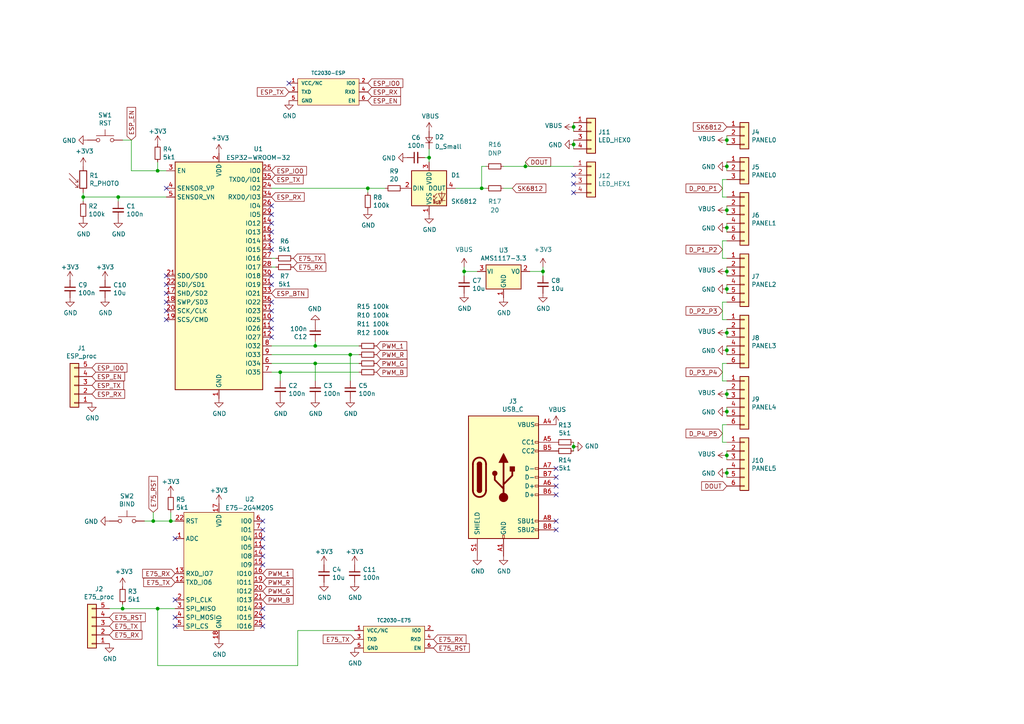
<source format=kicad_sch>
(kicad_sch (version 20211123) (generator eeschema)
  (paper "A4")
  (title_block (title "LÄMP Base") (date "2023-03-02") (rev "v1.0") (company "Jana Marie Hemsing"))
  (lib_symbols
    (symbol "Connector:USB_C_Receptacle_USB2.0" (pin_names (offset 1.016))
      (property "Reference" "J" (at -10.16 19.05 0))
      (property "Value" "USB_C_Receptacle_USB2.0" (at 19.05 19.05 0))
      (symbol "USB_C_Receptacle_USB2.0_0_0"
        (rectangle (start -0.254 -17.78) (end 0.254 -16.764))
        (rectangle (start 10.16 -14.986) (end 9.144 -15.494))
        (rectangle (start 10.16 -12.446) (end 9.144 -12.954))
        (rectangle (start 10.16 -4.826) (end 9.144 -5.334))
        (rectangle (start 10.16 -2.286) (end 9.144 -2.794))
        (rectangle (start 10.16 0.254) (end 9.144 -0.254))
        (rectangle (start 10.16 2.794) (end 9.144 2.286))
        (rectangle (start 10.16 7.874) (end 9.144 7.366))
        (rectangle (start 10.16 10.414) (end 9.144 9.906))
        (rectangle (start 10.16 15.494) (end 9.144 14.986))
      )
      (symbol "USB_C_Receptacle_USB2.0_0_1"
        (rectangle (start -10.16 17.78) (end 10.16 -17.78) (stroke (width 0.254)) (fill (type background)))
        (arc (start -8.89 -3.81) (mid -6.985 -5.715) (end -5.08 -3.81) (stroke (width 0.508)))
        (arc (start -7.62 -3.81) (mid -6.985 -4.445) (end -6.35 -3.81) (stroke (width 0.254)))
        (arc (start -7.62 -3.81) (mid -6.985 -4.445) (end -6.35 -3.81) (stroke (width 0.254)) (fill (type outline)))
        (rectangle (start -7.62 -3.81) (end -6.35 3.81) (stroke (width 0.254)) (fill (type outline)))
        (arc (start -6.35 3.81) (mid -6.985 4.445) (end -7.62 3.81) (stroke (width 0.254)))
        (arc (start -6.35 3.81) (mid -6.985 4.445) (end -7.62 3.81) (stroke (width 0.254)) (fill (type outline)))
        (arc (start -5.08 3.81) (mid -6.985 5.715) (end -8.89 3.81) (stroke (width 0.508)))
        (circle (center -2.54 1.143) (radius 0.635) (stroke (width 0.254)) (fill (type outline)))
        (circle (center 0 -5.842) (radius 1.27) (fill (type outline)))
        (polyline (pts (xy -8.89 -3.81) (xy -8.89 3.81)) (stroke (width 0.508)))
        (polyline (pts (xy -5.08 3.81) (xy -5.08 -3.81)) (stroke (width 0.508)))
        (polyline (pts (xy 0 -5.842) (xy 0 4.318)) (stroke (width 0.508)))
        (polyline (pts (xy 0 -3.302) (xy -2.54 -0.762) (xy -2.54 0.508)) (stroke (width 0.508)))
        (polyline (pts (xy 0 -2.032) (xy 2.54 0.508) (xy 2.54 1.778)) (stroke (width 0.508)))
        (polyline (pts (xy -1.27 4.318) (xy 0 6.858) (xy 1.27 4.318) (xy -1.27 4.318)) (stroke (width 0.254)) (fill (type outline)))
        (rectangle (start 1.905 1.778) (end 3.175 3.048) (stroke (width 0.254)) (fill (type outline)))
      )
      (symbol "USB_C_Receptacle_USB2.0_1_1"
        (pin power_in line (at 0 -22.86 90) (length 5.08) (name "GND") (number "A1"))
        (pin passive line (at 0 -22.86 90) (length 5.08) hide (name "GND") (number "A12"))
        (pin power_in line (at 15.24 15.24 180) (length 5.08) (name "VBUS") (number "A4"))
        (pin bidirectional line (at 15.24 10.16 180) (length 5.08) (name "CC1") (number "A5"))
        (pin bidirectional line (at 15.24 -2.54 180) (length 5.08) (name "D+") (number "A6"))
        (pin bidirectional line (at 15.24 2.54 180) (length 5.08) (name "D-") (number "A7"))
        (pin bidirectional line (at 15.24 -12.7 180) (length 5.08) (name "SBU1") (number "A8"))
        (pin passive line (at 15.24 15.24 180) (length 5.08) hide (name "VBUS") (number "A9"))
        (pin passive line (at 0 -22.86 90) (length 5.08) hide (name "GND") (number "B1"))
        (pin passive line (at 0 -22.86 90) (length 5.08) hide (name "GND") (number "B12"))
        (pin passive line (at 15.24 15.24 180) (length 5.08) hide (name "VBUS") (number "B4"))
        (pin bidirectional line (at 15.24 7.62 180) (length 5.08) (name "CC2") (number "B5"))
        (pin bidirectional line (at 15.24 -5.08 180) (length 5.08) (name "D+") (number "B6"))
        (pin bidirectional line (at 15.24 0 180) (length 5.08) (name "D-") (number "B7"))
        (pin bidirectional line (at 15.24 -15.24 180) (length 5.08) (name "SBU2") (number "B8"))
        (pin passive line (at 15.24 15.24 180) (length 5.08) hide (name "VBUS") (number "B9"))
        (pin passive line (at -7.62 -22.86 90) (length 5.08) (name "SHIELD") (number "S1"))
      )
    )
    (symbol "Connector_Generic:Conn_01x03" (pin_names (offset 1.016) hide)
      (property "Reference" "J" (at 0 5.08 0))
      (property "Value" "Conn_01x03" (at 0 -5.08 0))
      (symbol "Conn_01x03_1_1"
        (rectangle (start -1.27 -2.413) (end 0 -2.667) (stroke (width 0.1524)))
        (rectangle (start -1.27 0.127) (end 0 -0.127) (stroke (width 0.1524)))
        (rectangle (start -1.27 2.667) (end 0 2.413) (stroke (width 0.1524)))
        (rectangle (start -1.27 3.81) (end 1.27 -3.81) (stroke (width 0.254)) (fill (type background)))
        (pin passive line (at -5.08 2.54 0) (length 3.81) (name "Pin_1") (number "1"))
        (pin passive line (at -5.08 0 0) (length 3.81) (name "Pin_2") (number "2"))
        (pin passive line (at -5.08 -2.54 0) (length 3.81) (name "Pin_3") (number "3"))
      )
    )
    (symbol "Connector_Generic:Conn_01x04" (pin_names (offset 1.016) hide)
      (property "Reference" "J" (at 0 5.08 0))
      (property "Value" "Conn_01x04" (at 0 -7.62 0))
      (symbol "Conn_01x04_1_1"
        (rectangle (start -1.27 -4.953) (end 0 -5.207) (stroke (width 0.1524)))
        (rectangle (start -1.27 -2.413) (end 0 -2.667) (stroke (width 0.1524)))
        (rectangle (start -1.27 0.127) (end 0 -0.127) (stroke (width 0.1524)))
        (rectangle (start -1.27 2.667) (end 0 2.413) (stroke (width 0.1524)))
        (rectangle (start -1.27 3.81) (end 1.27 -6.35) (stroke (width 0.254)) (fill (type background)))
        (pin passive line (at -5.08 2.54 0) (length 3.81) (name "Pin_1") (number "1"))
        (pin passive line (at -5.08 0 0) (length 3.81) (name "Pin_2") (number "2"))
        (pin passive line (at -5.08 -2.54 0) (length 3.81) (name "Pin_3") (number "3"))
        (pin passive line (at -5.08 -5.08 0) (length 3.81) (name "Pin_4") (number "4"))
      )
    )
    (symbol "Connector_Generic:Conn_01x05" (pin_names (offset 1.016) hide)
      (property "Reference" "J" (at 0 7.62 0))
      (property "Value" "Conn_01x05" (at 0 -7.62 0))
      (symbol "Conn_01x05_1_1"
        (rectangle (start -1.27 -4.953) (end 0 -5.207) (stroke (width 0.1524)))
        (rectangle (start -1.27 -2.413) (end 0 -2.667) (stroke (width 0.1524)))
        (rectangle (start -1.27 0.127) (end 0 -0.127) (stroke (width 0.1524)))
        (rectangle (start -1.27 2.667) (end 0 2.413) (stroke (width 0.1524)))
        (rectangle (start -1.27 5.207) (end 0 4.953) (stroke (width 0.1524)))
        (rectangle (start -1.27 6.35) (end 1.27 -6.35) (stroke (width 0.254)) (fill (type background)))
        (pin passive line (at -5.08 5.08 0) (length 3.81) (name "Pin_1") (number "1"))
        (pin passive line (at -5.08 2.54 0) (length 3.81) (name "Pin_2") (number "2"))
        (pin passive line (at -5.08 0 0) (length 3.81) (name "Pin_3") (number "3"))
        (pin passive line (at -5.08 -2.54 0) (length 3.81) (name "Pin_4") (number "4"))
        (pin passive line (at -5.08 -5.08 0) (length 3.81) (name "Pin_5") (number "5"))
      )
    )
    (symbol "Connector_Generic:Conn_01x06" (pin_names (offset 1.016) hide)
      (property "Reference" "J" (at 0 7.62 0))
      (property "Value" "Conn_01x06" (at 0 -10.16 0))
      (symbol "Conn_01x06_1_1"
        (rectangle (start -1.27 -7.493) (end 0 -7.747) (stroke (width 0.1524)))
        (rectangle (start -1.27 -4.953) (end 0 -5.207) (stroke (width 0.1524)))
        (rectangle (start -1.27 -2.413) (end 0 -2.667) (stroke (width 0.1524)))
        (rectangle (start -1.27 0.127) (end 0 -0.127) (stroke (width 0.1524)))
        (rectangle (start -1.27 2.667) (end 0 2.413) (stroke (width 0.1524)))
        (rectangle (start -1.27 5.207) (end 0 4.953) (stroke (width 0.1524)))
        (rectangle (start -1.27 6.35) (end 1.27 -8.89) (stroke (width 0.254)) (fill (type background)))
        (pin passive line (at -5.08 5.08 0) (length 3.81) (name "Pin_1") (number "1"))
        (pin passive line (at -5.08 2.54 0) (length 3.81) (name "Pin_2") (number "2"))
        (pin passive line (at -5.08 0 0) (length 3.81) (name "Pin_3") (number "3"))
        (pin passive line (at -5.08 -2.54 0) (length 3.81) (name "Pin_4") (number "4"))
        (pin passive line (at -5.08 -5.08 0) (length 3.81) (name "Pin_5") (number "5"))
        (pin passive line (at -5.08 -7.62 0) (length 3.81) (name "Pin_6") (number "6"))
      )
    )
    (symbol "Device:C_Small" (pin_numbers hide) (pin_names (offset 0.254) hide)
      (property "Reference" "C" (at 0.254 1.778 0))
      (property "Value" "C_Small" (at 0.254 -2.032 0))
      (symbol "C_Small_0_1"
        (polyline (pts (xy -1.524 -0.508) (xy 1.524 -0.508)) (stroke (width 0.3302)))
        (polyline (pts (xy -1.524 0.508) (xy 1.524 0.508)) (stroke (width 0.3048)))
      )
      (symbol "C_Small_1_1"
        (pin passive line (at 0 2.54 270) (length 2.032) (name "~") (number "1"))
        (pin passive line (at 0 -2.54 90) (length 2.032) (name "~") (number "2"))
      )
    )
    (symbol "Device:D_Small" (pin_numbers hide) (pin_names (offset 0.254) hide)
      (property "Reference" "D" (at -1.27 2.032 0))
      (property "Value" "D_Small" (at -3.81 -2.032 0))
      (symbol "D_Small_0_1"
        (polyline (pts (xy -0.762 -1.016) (xy -0.762 1.016)))
        (polyline (pts (xy -0.762 0) (xy 0.762 0)))
        (polyline (pts (xy 0.762 -1.016) (xy -0.762 0) (xy 0.762 1.016) (xy 0.762 -1.016)))
      )
      (symbol "D_Small_1_1"
        (pin passive line (at -2.54 0 0) (length 1.778) (name "K") (number "1"))
        (pin passive line (at 2.54 0 180) (length 1.778) (name "A") (number "2"))
      )
    )
    (symbol "Device:R_PHOTO" (pin_numbers hide) (pin_names (offset 0))
      (property "Reference" "R" (at 1.27 1.27 0))
      (property "Value" "R_PHOTO" (at 1.27 0 0))
      (symbol "R_PHOTO_0_1"
        (rectangle (start -1.016 2.54) (end 1.016 -2.54) (stroke (width 0.254)))
        (polyline (pts (xy -1.524 -2.286) (xy -4.064 0.254)))
        (polyline (pts (xy -1.524 -2.286) (xy -2.286 -2.286)))
        (polyline (pts (xy -1.524 -2.286) (xy -1.524 -1.524)))
        (polyline (pts (xy -1.524 -0.762) (xy -4.064 1.778)))
        (polyline (pts (xy -1.524 -0.762) (xy -2.286 -0.762)))
        (polyline (pts (xy -1.524 -0.762) (xy -1.524 0)))
      )
      (symbol "R_PHOTO_1_1"
        (pin passive line (at 0 3.81 270) (length 1.27) (name "~") (number "1"))
        (pin passive line (at 0 -3.81 90) (length 1.27) (name "~") (number "2"))
      )
    )
    (symbol "Device:R_Small" (pin_numbers hide) (pin_names (offset 0.254) hide)
      (property "Reference" "R" (at 0.762 0.508 0))
      (property "Value" "R_Small" (at 0.762 -1.016 0))
      (symbol "R_Small_0_1"
        (rectangle (start -0.762 1.778) (end 0.762 -1.778) (stroke (width 0.2032)))
      )
      (symbol "R_Small_1_1"
        (pin passive line (at 0 2.54 270) (length 0.762) (name "~") (number "1"))
        (pin passive line (at 0 -2.54 90) (length 0.762) (name "~") (number "2"))
      )
    )
    (symbol "LED:SK6812" (pin_names (offset 0.254))
      (property "Reference" "D" (at 5.08 5.715 0))
      (property "Value" "SK6812" (at 1.27 -5.715 0))
      (symbol "SK6812_0_0"
        (text "RGB" (at 2.286 -4.191 0) (effects (font (size 0.762 0.762))))
      )
      (symbol "SK6812_0_1"
        (polyline (pts (xy 1.27 -3.556) (xy 1.778 -3.556)))
        (polyline (pts (xy 1.27 -2.54) (xy 1.778 -2.54)))
        (polyline (pts (xy 4.699 -3.556) (xy 2.667 -3.556)))
        (polyline (pts (xy 2.286 -2.54) (xy 1.27 -3.556) (xy 1.27 -3.048)))
        (polyline (pts (xy 2.286 -1.524) (xy 1.27 -2.54) (xy 1.27 -2.032)))
        (polyline (pts (xy 3.683 -1.016) (xy 3.683 -3.556) (xy 3.683 -4.064)))
        (polyline (pts (xy 4.699 -1.524) (xy 2.667 -1.524) (xy 3.683 -3.556) (xy 4.699 -1.524)))
        (rectangle (start 5.08 5.08) (end -5.08 -5.08) (stroke (width 0.254)) (fill (type background)))
      )
      (symbol "SK6812_1_1"
        (pin power_in line (at 0 -7.62 90) (length 2.54) (name "VSS") (number "1"))
        (pin input line (at -7.62 0 0) (length 2.54) (name "DIN") (number "2"))
        (pin power_in line (at 0 7.62 270) (length 2.54) (name "VDD") (number "3"))
        (pin output line (at 7.62 0 180) (length 2.54) (name "DOUT") (number "4"))
      )
    )
    (symbol "RF_Module:ESP32-WROOM-32"
      (property "Reference" "U" (at -12.7 34.29 0))
      (property "Value" "ESP32-WROOM-32" (at 1.27 34.29 0))
      (symbol "ESP32-WROOM-32_0_1"
        (rectangle (start -12.7 33.02) (end 12.7 -33.02) (stroke (width 0.254)) (fill (type background)))
      )
      (symbol "ESP32-WROOM-32_1_1"
        (pin power_in line (at 0 -35.56 90) (length 2.54) (name "GND") (number "1"))
        (pin bidirectional line (at 15.24 -12.7 180) (length 2.54) (name "IO25") (number "10"))
        (pin bidirectional line (at 15.24 -15.24 180) (length 2.54) (name "IO26") (number "11"))
        (pin bidirectional line (at 15.24 -17.78 180) (length 2.54) (name "IO27") (number "12"))
        (pin bidirectional line (at 15.24 10.16 180) (length 2.54) (name "IO14") (number "13"))
        (pin bidirectional line (at 15.24 15.24 180) (length 2.54) (name "IO12") (number "14"))
        (pin passive line (at 0 -35.56 90) (length 2.54) hide (name "GND") (number "15"))
        (pin bidirectional line (at 15.24 12.7 180) (length 2.54) (name "IO13") (number "16"))
        (pin bidirectional line (at -15.24 -5.08 0) (length 2.54) (name "SHD/SD2") (number "17"))
        (pin bidirectional line (at -15.24 -7.62 0) (length 2.54) (name "SWP/SD3") (number "18"))
        (pin bidirectional line (at -15.24 -12.7 0) (length 2.54) (name "SCS/CMD") (number "19"))
        (pin power_in line (at 0 35.56 270) (length 2.54) (name "VDD") (number "2"))
        (pin bidirectional line (at -15.24 -10.16 0) (length 2.54) (name "SCK/CLK") (number "20"))
        (pin bidirectional line (at -15.24 0 0) (length 2.54) (name "SDO/SD0") (number "21"))
        (pin bidirectional line (at -15.24 -2.54 0) (length 2.54) (name "SDI/SD1") (number "22"))
        (pin bidirectional line (at 15.24 7.62 180) (length 2.54) (name "IO15") (number "23"))
        (pin bidirectional line (at 15.24 25.4 180) (length 2.54) (name "IO2") (number "24"))
        (pin bidirectional line (at 15.24 30.48 180) (length 2.54) (name "IO0") (number "25"))
        (pin bidirectional line (at 15.24 20.32 180) (length 2.54) (name "IO4") (number "26"))
        (pin bidirectional line (at 15.24 5.08 180) (length 2.54) (name "IO16") (number "27"))
        (pin bidirectional line (at 15.24 2.54 180) (length 2.54) (name "IO17") (number "28"))
        (pin bidirectional line (at 15.24 17.78 180) (length 2.54) (name "IO5") (number "29"))
        (pin input line (at -15.24 30.48 0) (length 2.54) (name "EN") (number "3"))
        (pin bidirectional line (at 15.24 0 180) (length 2.54) (name "IO18") (number "30"))
        (pin bidirectional line (at 15.24 -2.54 180) (length 2.54) (name "IO19") (number "31"))
        (pin no_connect line (at -12.7 -27.94 0) (length 2.54) hide (name "NC") (number "32"))
        (pin bidirectional line (at 15.24 -5.08 180) (length 2.54) (name "IO21") (number "33"))
        (pin bidirectional line (at 15.24 22.86 180) (length 2.54) (name "RXD0/IO3") (number "34"))
        (pin bidirectional line (at 15.24 27.94 180) (length 2.54) (name "TXD0/IO1") (number "35"))
        (pin bidirectional line (at 15.24 -7.62 180) (length 2.54) (name "IO22") (number "36"))
        (pin bidirectional line (at 15.24 -10.16 180) (length 2.54) (name "IO23") (number "37"))
        (pin passive line (at 0 -35.56 90) (length 2.54) hide (name "GND") (number "38"))
        (pin passive line (at 0 -35.56 90) (length 2.54) hide (name "GND") (number "39"))
        (pin input line (at -15.24 25.4 0) (length 2.54) (name "SENSOR_VP") (number "4"))
        (pin input line (at -15.24 22.86 0) (length 2.54) (name "SENSOR_VN") (number "5"))
        (pin input line (at 15.24 -25.4 180) (length 2.54) (name "IO34") (number "6"))
        (pin input line (at 15.24 -27.94 180) (length 2.54) (name "IO35") (number "7"))
        (pin bidirectional line (at 15.24 -20.32 180) (length 2.54) (name "IO32") (number "8"))
        (pin bidirectional line (at 15.24 -22.86 180) (length 2.54) (name "IO33") (number "9"))
      )
    )
    (symbol "Regulator_Linear:AMS1117-3.3" (pin_names (offset 0.254))
      (property "Reference" "U" (at -3.81 3.175 0))
      (property "Value" "AMS1117-3.3" (at 0 3.175 0))
      (symbol "AMS1117-3.3_0_1"
        (rectangle (start -5.08 -5.08) (end 5.08 1.905) (stroke (width 0.254)) (fill (type background)))
      )
      (symbol "AMS1117-3.3_1_1"
        (pin power_in line (at 0 -7.62 90) (length 2.54) (name "GND") (number "1"))
        (pin power_out line (at 7.62 0 180) (length 2.54) (name "VO") (number "2"))
        (pin power_in line (at -7.62 0 0) (length 2.54) (name "VI") (number "3"))
      )
    )
    (symbol "Switch:SW_Push" (pin_numbers hide) (pin_names (offset 1.016) hide)
      (property "Reference" "SW" (at 1.27 2.54 0))
      (property "Value" "SW_Push" (at 0 -1.524 0))
      (symbol "SW_Push_0_1"
        (circle (center -2.032 0) (radius 0.508))
        (polyline (pts (xy 0 1.27) (xy 0 3.048)))
        (polyline (pts (xy 2.54 1.27) (xy -2.54 1.27)))
        (circle (center 2.032 0) (radius 0.508))
        (pin passive line (at -5.08 0 0) (length 2.54) (name "1") (number "1"))
        (pin passive line (at 5.08 0 180) (length 2.54) (name "2") (number "2"))
      )
    )
    (symbol "otter:E75-2G4M20S"
      (property "Reference" "U" (at -7.62 13.97 0))
      (property "Value" "E75-2G4M20S" (at 12.7 23.495 0))
      (symbol "E75-2G4M20S_0_1"
        (rectangle (start -10.16 21.59) (end 10.16 -12.7) (fill (type background)))
      )
      (symbol "E75-2G4M20S_1_1"
        (pin input line (at -12.7 13.97 0) (length 2.54) (name "ADC") (number "1"))
        (pin bidirectional line (at 12.7 13.97 180) (length 2.54) (name "IO4") (number "10"))
        (pin bidirectional line (at 12.7 11.43 180) (length 2.54) (name "IO5") (number "11"))
        (pin bidirectional line (at -12.7 1.27 0) (length 2.54) (name "TXD_IO6") (number "12"))
        (pin bidirectional line (at -12.7 3.81 0) (length 2.54) (name "RXD_IO7") (number "13"))
        (pin bidirectional line (at 12.7 8.89 180) (length 2.54) (name "IO8") (number "14"))
        (pin bidirectional line (at 12.7 6.35 180) (length 2.54) (name "IO9") (number "15"))
        (pin bidirectional line (at 12.7 3.81 180) (length 2.54) (name "IO10") (number "16"))
        (pin power_in line (at 0 24.13 270) (length 2.54) (name "VDD") (number "17"))
        (pin power_in line (at 0 -15.24 90) (length 2.54) (name "GND") (number "18"))
        (pin bidirectional line (at 12.7 1.27 180) (length 2.54) (name "IO11") (number "19"))
        (pin bidirectional line (at -12.7 -3.81 0) (length 2.54) (name "SPI_CLK") (number "2"))
        (pin bidirectional line (at 12.7 -1.27 180) (length 2.54) (name "IO12") (number "20"))
        (pin bidirectional line (at 12.7 -3.81 180) (length 2.54) (name "IO13") (number "21"))
        (pin input line (at -12.7 19.05 0) (length 2.54) (name "RST") (number "22"))
        (pin bidirectional line (at 12.7 -6.35 180) (length 2.54) (name "IO14") (number "23"))
        (pin bidirectional line (at 12.7 -8.89 180) (length 2.54) (name "IO15") (number "24"))
        (pin bidirectional line (at 12.7 -11.43 180) (length 2.54) (name "IO16") (number "25"))
        (pin bidirectional line (at -12.7 -6.35 0) (length 2.54) (name "SPI_MISO") (number "3"))
        (pin bidirectional line (at -12.7 -8.89 0) (length 2.54) (name "SPI_MOSI") (number "4"))
        (pin bidirectional line (at -12.7 -11.43 0) (length 2.54) (name "SPI_CS") (number "5"))
        (pin bidirectional line (at 12.7 19.05 180) (length 2.54) (name "IO0") (number "6"))
        (pin bidirectional line (at 12.7 16.51 180) (length 2.54) (name "IO1") (number "7"))
        (pin bidirectional line (at 9.525 -29.845 180) (length 2.54) hide (name "NC") (number "8"))
        (pin bidirectional line (at 9.525 -32.385 180) (length 2.54) hide (name "NC") (number "9"))
      )
    )
    (symbol "otter:GND" (power) (pin_names (offset 0))
      (property "Value" "GND" (at 0 -3.81 0))
      (symbol "GND_0_1"
        (polyline (pts (xy 0 0) (xy 0 -1.27) (xy 1.27 -1.27) (xy 0 -2.54) (xy -1.27 -1.27) (xy 0 -1.27)))
      )
      (symbol "GND_1_1"
        (pin power_in line (at 0 0 270) (length 0) hide (name "GND") (number "1"))
      )
    )
    (symbol "otter:TC2030-CTX-Tag-Connect-ESP32" (pin_names (offset 1.016))
      (property "Value" "TC2030-CTX-Tag-Connect-ESP32" (at 0 5.08 0))
      (symbol "TC2030-CTX-Tag-Connect-ESP32_0_1"
        (rectangle (start 8.89 3.81) (end -8.89 -3.81) (fill (type background)))
      )
      (symbol "TC2030-CTX-Tag-Connect-ESP32_1_1"
        (pin passive line (at -11.43 2.54 0) (length 2.54) (name "VCC/NC") (number "1"))
        (pin passive line (at 11.43 2.54 180) (length 2.54) (name "IO0") (number "2"))
        (pin passive line (at -11.43 0 0) (length 2.54) (name "TXD") (number "3"))
        (pin passive line (at 11.43 0 180) (length 2.54) (name "RXD") (number "4"))
        (pin passive line (at -11.43 -2.54 0) (length 2.54) (name "GND") (number "5"))
        (pin passive line (at 11.43 -2.54 180) (length 2.54) (name "EN") (number "6"))
      )
    )
    (symbol "power:+3V3" (power) (pin_names (offset 0))
      (property "Value" "+3V3" (at 0 3.556 0))
      (symbol "+3V3_0_1"
        (polyline (pts (xy -0.762 1.27) (xy 0 2.54)))
        (polyline (pts (xy 0 0) (xy 0 2.54)))
        (polyline (pts (xy 0 2.54) (xy 0.762 1.27)))
      )
      (symbol "+3V3_1_1"
        (pin power_in line (at 0 0 90) (length 0) hide (name "+3V3") (number "1"))
      )
    )
    (symbol "power:VBUS" (power) (pin_names (offset 0))
      (property "Value" "VBUS" (at 0 3.81 0))
      (symbol "VBUS_0_1"
        (polyline (pts (xy -0.762 1.27) (xy 0 2.54)))
        (polyline (pts (xy 0 0) (xy 0 2.54)))
        (polyline (pts (xy 0 2.54) (xy 0.762 1.27)))
      )
      (symbol "VBUS_1_1"
        (pin power_in line (at 0 0 90) (length 0) hide (name "VBUS") (number "1"))
      )
    )
  )
  (junction (at 34.29 57.15))
  (junction (at 210.82 137.16))
  (junction (at 101.6 102.87))
  (junction (at 166.37 129.54))
  (junction (at 139.7 54.61))
  (junction (at 210.82 48.26))
  (junction (at 44.45 151.13))
  (junction (at 49.53 151.13))
  (junction (at 45.72 176.53))
  (junction (at 35.56 176.53))
  (junction (at 210.82 66.04))
  (junction (at 91.44 100.33))
  (junction (at 210.82 83.82))
  (junction (at 106.68 54.61))
  (junction (at 134.62 78.74))
  (junction (at 210.82 40.64))
  (junction (at 24.13 57.15))
  (junction (at 210.82 96.52))
  (junction (at 210.82 114.3))
  (junction (at 210.82 60.96))
  (junction (at 157.48 78.74))
  (junction (at 210.82 119.38))
  (junction (at 166.37 36.83))
  (junction (at 210.82 101.6))
  (junction (at 124.46 45.72))
  (junction (at 210.82 132.08))
  (junction (at 210.82 78.74))
  (junction (at 81.28 107.95))
  (junction (at 166.37 41.91))
  (junction (at 45.72 49.53))
  (junction (at 152.4 48.26))
  (junction (at 91.44 105.41))
  (no_connect (at 50.8 181.61))
  (no_connect (at 76.2 156.21))
  (no_connect (at 78.74 87.63))
  (no_connect (at 48.26 80.01))
  (no_connect (at 166.37 53.34))
  (no_connect (at 161.29 153.67))
  (no_connect (at 76.2 176.53))
  (no_connect (at 48.26 82.55))
  (no_connect (at 50.8 173.99))
  (no_connect (at 78.74 97.79))
  (no_connect (at 78.74 62.23))
  (no_connect (at 78.74 82.55))
  (no_connect (at 48.26 92.71))
  (no_connect (at 50.8 156.21))
  (no_connect (at 76.2 163.83))
  (no_connect (at 76.2 151.13))
  (no_connect (at 78.74 80.01))
  (no_connect (at 78.74 69.85))
  (no_connect (at 50.8 179.07))
  (no_connect (at 76.2 161.29))
  (no_connect (at 76.2 153.67))
  (no_connect (at 78.74 59.69))
  (no_connect (at 78.74 90.17))
  (no_connect (at 166.37 50.8))
  (no_connect (at 166.37 55.88))
  (no_connect (at 78.74 95.25))
  (no_connect (at 161.29 135.89))
  (no_connect (at 48.26 90.17))
  (no_connect (at 76.2 158.75))
  (no_connect (at 76.2 181.61))
  (no_connect (at 83.82 24.13))
  (no_connect (at 76.2 179.07))
  (no_connect (at 161.29 140.97))
  (no_connect (at 78.74 92.71))
  (no_connect (at 48.26 54.61))
  (no_connect (at 48.26 87.63))
  (no_connect (at 161.29 151.13))
  (no_connect (at 161.29 143.51))
  (no_connect (at 48.26 85.09))
  (no_connect (at 78.74 67.31))
  (no_connect (at 78.74 72.39))
  (no_connect (at 161.29 138.43))
  (no_connect (at 78.74 64.77))
  (wire (pts (xy 124.46 43.18) (xy 124.46 45.72)))
  (wire (pts (xy 139.7 54.61) (xy 140.97 54.61)))
  (wire (pts (xy 91.44 100.33) (xy 78.74 100.33)))
  (wire (pts (xy 139.7 48.26) (xy 139.7 54.61)))
  (wire (pts (xy 91.44 99.06) (xy 91.44 100.33)))
  (wire (pts (xy 152.4 48.26) (xy 166.37 48.26)))
  (wire (pts (xy 45.72 46.99) (xy 45.72 49.53)))
  (wire (pts (xy 166.37 36.83) (xy 166.37 35.56)))
  (wire (pts (xy 24.13 58.42) (xy 24.13 57.15)))
  (wire (pts (xy 139.7 48.26) (xy 140.97 48.26)))
  (wire (pts (xy 124.46 46.99) (xy 124.46 45.72)))
  (wire (pts (xy 210.82 74.93) (xy 209.55 74.93)))
  (wire (pts (xy 48.26 57.15) (xy 34.29 57.15)))
  (wire (pts (xy 209.55 57.15) (xy 209.55 52.07)))
  (wire (pts (xy 210.82 132.08) (xy 210.82 133.35)))
  (wire (pts (xy 210.82 137.16) (xy 210.82 138.43)))
  (wire (pts (xy 81.28 110.49) (xy 81.28 107.95)))
  (wire (pts (xy 35.56 175.26) (xy 35.56 176.53)))
  (wire (pts (xy 134.62 77.47) (xy 134.62 78.74)))
  (wire (pts (xy 210.82 66.04) (xy 210.82 67.31)))
  (wire (pts (xy 124.46 45.72) (xy 123.19 45.72)))
  (wire (pts (xy 210.82 96.52) (xy 210.82 97.79)))
  (wire (pts (xy 210.82 119.38) (xy 210.82 120.65)))
  (wire (pts (xy 166.37 130.81) (xy 166.37 129.54)))
  (wire (pts (xy 166.37 41.91) (xy 166.37 43.18)))
  (wire (pts (xy 35.56 176.53) (xy 45.72 176.53)))
  (wire (pts (xy 210.82 57.15) (xy 209.55 57.15)))
  (wire (pts (xy 49.53 151.13) (xy 50.8 151.13)))
  (wire (pts (xy 146.05 54.61) (xy 148.59 54.61)))
  (wire (pts (xy 209.55 128.27) (xy 209.55 123.19)))
  (wire (pts (xy 210.82 82.55) (xy 210.82 83.82)))
  (wire (pts (xy 152.4 46.99) (xy 152.4 48.26)))
  (wire (pts (xy 209.55 92.71) (xy 209.55 87.63)))
  (wire (pts (xy 210.82 95.25) (xy 210.82 96.52)))
  (wire (pts (xy 209.55 110.49) (xy 209.55 105.41)))
  (wire (pts (xy 78.74 54.61) (xy 106.68 54.61)))
  (wire (pts (xy 210.82 135.89) (xy 210.82 137.16)))
  (wire (pts (xy 38.1 40.64) (xy 35.56 40.64)))
  (wire (pts (xy 210.82 48.26) (xy 210.82 49.53)))
  (wire (pts (xy 78.74 107.95) (xy 81.28 107.95)))
  (wire (pts (xy 210.82 100.33) (xy 210.82 101.6)))
  (wire (pts (xy 210.82 46.99) (xy 210.82 48.26)))
  (wire (pts (xy 210.82 40.64) (xy 210.82 39.37)))
  (wire (pts (xy 210.82 110.49) (xy 209.55 110.49)))
  (wire (pts (xy 146.05 48.26) (xy 152.4 48.26)))
  (wire (pts (xy 210.82 60.96) (xy 210.82 62.23)))
  (wire (pts (xy 86.36 193.04) (xy 86.36 182.88)))
  (wire (pts (xy 78.74 102.87) (xy 101.6 102.87)))
  (wire (pts (xy 166.37 40.64) (xy 166.37 41.91)))
  (wire (pts (xy 209.55 87.63) (xy 210.82 87.63)))
  (wire (pts (xy 81.28 107.95) (xy 104.14 107.95)))
  (wire (pts (xy 31.75 176.53) (xy 35.56 176.53)))
  (wire (pts (xy 132.08 54.61) (xy 139.7 54.61)))
  (wire (pts (xy 210.82 113.03) (xy 210.82 114.3)))
  (wire (pts (xy 210.82 114.3) (xy 210.82 115.57)))
  (wire (pts (xy 210.82 92.71) (xy 209.55 92.71)))
  (wire (pts (xy 210.82 77.47) (xy 210.82 78.74)))
  (wire (pts (xy 91.44 105.41) (xy 104.14 105.41)))
  (wire (pts (xy 209.55 105.41) (xy 210.82 105.41)))
  (wire (pts (xy 209.55 69.85) (xy 210.82 69.85)))
  (wire (pts (xy 210.82 83.82) (xy 210.82 85.09)))
  (wire (pts (xy 209.55 52.07) (xy 210.82 52.07)))
  (wire (pts (xy 106.68 54.61) (xy 111.76 54.61)))
  (wire (pts (xy 166.37 38.1) (xy 166.37 36.83)))
  (wire (pts (xy 157.48 80.01) (xy 157.48 78.74)))
  (wire (pts (xy 210.82 130.81) (xy 210.82 132.08)))
  (wire (pts (xy 48.26 49.53) (xy 45.72 49.53)))
  (wire (pts (xy 101.6 110.49) (xy 101.6 102.87)))
  (wire (pts (xy 91.44 110.49) (xy 91.44 105.41)))
  (wire (pts (xy 157.48 77.47) (xy 157.48 78.74)))
  (wire (pts (xy 210.82 101.6) (xy 210.82 102.87)))
  (wire (pts (xy 49.53 148.59) (xy 49.53 151.13)))
  (wire (pts (xy 78.74 74.93) (xy 80.01 74.93)))
  (wire (pts (xy 80.01 77.47) (xy 78.74 77.47)))
  (wire (pts (xy 38.1 49.53) (xy 45.72 49.53)))
  (wire (pts (xy 45.72 193.04) (xy 86.36 193.04)))
  (wire (pts (xy 210.82 41.91) (xy 210.82 40.64)))
  (wire (pts (xy 210.82 78.74) (xy 210.82 80.01)))
  (wire (pts (xy 34.29 57.15) (xy 24.13 57.15)))
  (wire (pts (xy 34.29 58.42) (xy 34.29 57.15)))
  (wire (pts (xy 44.45 151.13) (xy 49.53 151.13)))
  (wire (pts (xy 134.62 78.74) (xy 134.62 80.01)))
  (wire (pts (xy 101.6 102.87) (xy 104.14 102.87)))
  (wire (pts (xy 86.36 182.88) (xy 102.87 182.88)))
  (wire (pts (xy 166.37 129.54) (xy 166.37 128.27)))
  (wire (pts (xy 210.82 59.69) (xy 210.82 60.96)))
  (wire (pts (xy 45.72 176.53) (xy 45.72 193.04)))
  (wire (pts (xy 44.45 148.59) (xy 44.45 151.13)))
  (wire (pts (xy 45.72 176.53) (xy 50.8 176.53)))
  (wire (pts (xy 210.82 64.77) (xy 210.82 66.04)))
  (wire (pts (xy 210.82 118.11) (xy 210.82 119.38)))
  (wire (pts (xy 24.13 57.15) (xy 24.13 55.88)))
  (wire (pts (xy 104.14 100.33) (xy 91.44 100.33)))
  (wire (pts (xy 209.55 74.93) (xy 209.55 69.85)))
  (wire (pts (xy 41.91 151.13) (xy 44.45 151.13)))
  (wire (pts (xy 210.82 128.27) (xy 209.55 128.27)))
  (wire (pts (xy 78.74 105.41) (xy 91.44 105.41)))
  (wire (pts (xy 38.1 49.53) (xy 38.1 40.64)))
  (wire (pts (xy 157.48 78.74) (xy 153.67 78.74)))
  (wire (pts (xy 106.68 55.88) (xy 106.68 54.61)))
  (wire (pts (xy 209.55 123.19) (xy 210.82 123.19)))
  (wire (pts (xy 138.43 78.74) (xy 134.62 78.74)))
  (global_label "PWM_G" (shape input) (at 109.22 105.41 0) (property "Intersheet References" "${INTERSHEET_REFS}" (effects hide)))
  (global_label "ESP_BTN" (shape input) (at 78.74 85.09 0) (property "Intersheet References" "${INTERSHEET_REFS}" (effects hide)))
  (global_label "PWM_B" (shape input) (at 76.2 173.99 0) (property "Intersheet References" "${INTERSHEET_REFS}" (effects hide)))
  (global_label "E75_TX" (shape input) (at 50.8 168.91 180) (property "Intersheet References" "${INTERSHEET_REFS}" (effects hide)))
  (global_label "ESP_EN" (shape input) (at 106.68 29.21 0) (property "Intersheet References" "${INTERSHEET_REFS}" (effects hide)))
  (global_label "ESP_RX" (shape input) (at 78.74 57.15 0) (property "Intersheet References" "${INTERSHEET_REFS}" (effects hide)))
  (global_label "D_P1_P2" (shape input) (at 209.55 72.39 180) (property "Intersheet References" "${INTERSHEET_REFS}" (effects hide)))
  (global_label "ESP_TX" (shape input) (at 26.67 111.76 0) (property "Intersheet References" "${INTERSHEET_REFS}" (effects hide)))
  (global_label "E75_RST" (shape input) (at 44.45 148.59 90) (property "Intersheet References" "${INTERSHEET_REFS}" (effects hide)))
  (global_label "ESP_TX" (shape input) (at 83.82 26.67 180) (property "Intersheet References" "${INTERSHEET_REFS}" (effects hide)))
  (global_label "ESP_RX" (shape input) (at 106.68 26.67 0) (property "Intersheet References" "${INTERSHEET_REFS}" (effects hide)))
  (global_label "PWM_B" (shape input) (at 109.22 107.95 0) (property "Intersheet References" "${INTERSHEET_REFS}" (effects hide)))
  (global_label "ESP_IO0" (shape input) (at 106.68 24.13 0) (property "Intersheet References" "${INTERSHEET_REFS}" (effects hide)))
  (global_label "DOUT" (shape input) (at 210.82 140.97 180) (property "Intersheet References" "${INTERSHEET_REFS}" (effects hide)))
  (global_label "PWM_1" (shape input) (at 76.2 166.37 0) (property "Intersheet References" "${INTERSHEET_REFS}" (effects hide)))
  (global_label "PWM_1" (shape input) (at 109.22 100.33 0) (property "Intersheet References" "${INTERSHEET_REFS}" (effects hide)))
  (global_label "ESP_IO0" (shape input) (at 26.67 106.68 0) (property "Intersheet References" "${INTERSHEET_REFS}" (effects hide)))
  (global_label "PWM_G" (shape input) (at 76.2 171.45 0) (property "Intersheet References" "${INTERSHEET_REFS}" (effects hide)))
  (global_label "D_P0_P1" (shape input) (at 209.55 54.61 180) (property "Intersheet References" "${INTERSHEET_REFS}" (effects hide)))
  (global_label "E75_RX" (shape input) (at 125.73 185.42 0) (property "Intersheet References" "${INTERSHEET_REFS}" (effects hide)))
  (global_label "ESP_EN" (shape input) (at 38.1 40.64 90) (property "Intersheet References" "${INTERSHEET_REFS}" (effects hide)))
  (global_label "DOUT" (shape input) (at 152.4 46.99 0) (property "Intersheet References" "${INTERSHEET_REFS}" (effects hide)))
  (global_label "E75_RX" (shape input) (at 85.09 77.47 0) (property "Intersheet References" "${INTERSHEET_REFS}" (effects hide)))
  (global_label "SK6812" (shape input) (at 148.59 54.61 0) (property "Intersheet References" "${INTERSHEET_REFS}" (effects hide)))
  (global_label "D_P3_P4" (shape input) (at 209.55 107.95 180) (property "Intersheet References" "${INTERSHEET_REFS}" (effects hide)))
  (global_label "SK6812" (shape input) (at 210.82 36.83 180) (property "Intersheet References" "${INTERSHEET_REFS}" (effects hide)))
  (global_label "ESP_EN" (shape input) (at 26.67 109.22 0) (property "Intersheet References" "${INTERSHEET_REFS}" (effects hide)))
  (global_label "ESP_TX" (shape input) (at 78.74 52.07 0) (property "Intersheet References" "${INTERSHEET_REFS}" (effects hide)))
  (global_label "E75_TX" (shape input) (at 102.87 185.42 180) (property "Intersheet References" "${INTERSHEET_REFS}" (effects hide)))
  (global_label "E75_TX" (shape input) (at 85.09 74.93 0) (property "Intersheet References" "${INTERSHEET_REFS}" (effects hide)))
  (global_label "E75_RST" (shape input) (at 125.73 187.96 0) (property "Intersheet References" "${INTERSHEET_REFS}" (effects hide)))
  (global_label "E75_TX" (shape input) (at 31.75 181.61 0) (property "Intersheet References" "${INTERSHEET_REFS}" (effects hide)))
  (global_label "ESP_IO0" (shape input) (at 78.74 49.53 0) (property "Intersheet References" "${INTERSHEET_REFS}" (effects hide)))
  (global_label "D_P2_P3" (shape input) (at 209.55 90.17 180) (property "Intersheet References" "${INTERSHEET_REFS}" (effects hide)))
  (global_label "E75_RX" (shape input) (at 50.8 166.37 180) (property "Intersheet References" "${INTERSHEET_REFS}" (effects hide)))
  (global_label "E75_RX" (shape input) (at 31.75 184.15 0) (property "Intersheet References" "${INTERSHEET_REFS}" (effects hide)))
  (global_label "D_P4_P5" (shape input) (at 209.55 125.73 180) (property "Intersheet References" "${INTERSHEET_REFS}" (effects hide)))
  (global_label "PWM_R" (shape input) (at 76.2 168.91 0) (property "Intersheet References" "${INTERSHEET_REFS}" (effects hide)))
  (global_label "ESP_RX" (shape input) (at 26.67 114.3 0) (property "Intersheet References" "${INTERSHEET_REFS}" (effects hide)))
  (global_label "E75_RST" (shape input) (at 31.75 179.07 0) (property "Intersheet References" "${INTERSHEET_REFS}" (effects hide)))
  (global_label "PWM_R" (shape input) (at 109.22 102.87 0) (property "Intersheet References" "${INTERSHEET_REFS}" (effects hide)))
  (symbol (lib_id "otter:E75-2G4M20S") (at 63.5 170.18 0) (unit 1)
    (property "Reference" "U2" (at 72.39 144.78 0))
    (property "Value" "E75-2G4M20S" (at 72.39 147.32 0))
    (property "Footprint" "otter:E75-2G4M10S" (effects hide))
  )
  (symbol (lib_id "otter:GND") (at 63.5 185.42 0) (unit 1)
    (property "Reference" "#PWR0101" (effects hide))
    (property "Value" "GND" (at 63.627 189.8142 0))
  )
  (symbol (lib_id "Device:R_Small") (at 49.53 146.05 0) (unit 1)
    (property "Reference" "R5" (at 51.0286 144.8816 0) (effects (justify left)))
    (property "Value" "5k1" (at 51.0286 147.193 0) (effects (justify left)))
    (property "Footprint" "otter:R_0402" (effects hide))
  )
  (symbol (lib_id "power:+3V3") (at 49.53 143.51 0) (unit 1)
    (property "Reference" "#PWR0102" (effects hide))
    (property "Value" "+3V3" (at 49.53 139.7 0))
  )
  (symbol (lib_id "power:+3V3") (at 63.5 146.05 0) (unit 1)
    (property "Reference" "#PWR0103" (effects hide))
    (property "Value" "+3V3" (at 63.5 142.24 0))
  )
  (symbol (lib_id "Device:R_Small") (at 35.56 172.72 0) (unit 1)
    (property "Reference" "R3" (at 37.0586 171.5516 0) (effects (justify left)))
    (property "Value" "5k1" (at 37.0586 173.863 0) (effects (justify left)))
    (property "Footprint" "otter:R_0402" (effects hide))
  )
  (symbol (lib_id "power:+3V3") (at 35.56 170.18 0) (unit 1)
    (property "Reference" "#PWR0104" (effects hide))
    (property "Value" "+3V3" (at 35.941 165.7858 0))
  )
  (symbol (lib_id "Connector_Generic:Conn_01x05") (at 26.67 181.61 180) (unit 1)
    (property "Reference" "J2" (at 28.7528 170.815 0))
    (property "Value" "E75_proc" (at 28.7528 173.1264 0))
    (property "Footprint" "Connector_PinHeader_2.54mm:PinHeader_1x05_P2.54mm_Vertical" (effects hide))
  )
  (symbol (lib_id "otter:GND") (at 31.75 186.69 0) (unit 1)
    (property "Reference" "#PWR0105" (effects hide))
    (property "Value" "GND" (at 31.877 191.0842 0))
  )
  (symbol (lib_id "Device:C_Small") (at 93.98 166.37 0) (unit 1)
    (property "Reference" "C4" (at 96.3168 165.2016 0) (effects (justify left)))
    (property "Value" "10u" (at 96.3168 167.513 0) (effects (justify left)))
    (property "Footprint" "otter:C_0603" (effects hide))
  )
  (symbol (lib_id "power:+3V3") (at 93.98 163.83 0) (unit 1)
    (property "Reference" "#PWR0106" (effects hide))
    (property "Value" "+3V3" (at 93.98 160.02 0))
  )
  (symbol (lib_id "otter:GND") (at 93.98 168.91 0) (unit 1)
    (property "Reference" "#PWR0107" (effects hide))
    (property "Value" "GND" (at 94.107 173.3042 0))
  )
  (symbol (lib_id "RF_Module:ESP32-WROOM-32") (at 63.5 80.01 0) (unit 1)
    (property "Reference" "U1" (at 74.93 43.18 0))
    (property "Value" "ESP32-WROOM-32" (at 74.93 45.72 0))
    (property "Footprint" "RF_Module:ESP32-WROOM-32" (effects hide))
    (property "Datasheet" "https://www.espressif.com/sites/default/files/documentation/esp32-wroom-32_datasheet_en.pdf" (effects hide))
  )
  (symbol (lib_id "otter:GND") (at 63.5 115.57 0) (unit 1)
    (property "Reference" "#PWR0108" (effects hide))
    (property "Value" "GND" (at 63.627 119.9642 0))
  )
  (symbol (lib_id "power:+3V3") (at 63.5 44.45 0) (unit 1)
    (property "Reference" "#PWR0109" (effects hide))
    (property "Value" "+3V3" (at 63.881 40.0558 0))
  )
  (symbol (lib_id "Device:C_Small") (at 81.28 113.03 0) (unit 1)
    (property "Reference" "C2" (at 83.6168 111.8616 0) (effects (justify left)))
    (property "Value" "100n" (at 83.6168 114.173 0) (effects (justify left)))
    (property "Footprint" "otter:C_0402" (effects hide))
  )
  (symbol (lib_id "otter:GND") (at 81.28 115.57 0) (unit 1)
    (property "Reference" "#PWR0110" (effects hide))
    (property "Value" "GND" (at 81.407 119.9642 0))
  )
  (symbol (lib_id "Device:C_Small") (at 91.44 113.03 0) (unit 1)
    (property "Reference" "C3" (at 93.7768 111.8616 0) (effects (justify left)))
    (property "Value" "100n" (at 93.7768 114.173 0) (effects (justify left)))
    (property "Footprint" "otter:C_0402" (effects hide))
  )
  (symbol (lib_id "otter:GND") (at 91.44 115.57 0) (unit 1)
    (property "Reference" "#PWR0111" (effects hide))
    (property "Value" "GND" (at 91.567 119.9642 0))
  )
  (symbol (lib_id "Device:C_Small") (at 101.6 113.03 0) (unit 1)
    (property "Reference" "C5" (at 103.9368 111.8616 0) (effects (justify left)))
    (property "Value" "100n" (at 103.9368 114.173 0) (effects (justify left)))
    (property "Footprint" "otter:C_0402" (effects hide))
  )
  (symbol (lib_id "otter:GND") (at 101.6 115.57 0) (unit 1)
    (property "Reference" "#PWR0112" (effects hide))
    (property "Value" "GND" (at 101.727 119.9642 0))
  )
  (symbol (lib_id "Device:R_Small") (at 106.68 102.87 90) (unit 1)
    (property "Reference" "R10" (at 105.41 91.44 90))
    (property "Value" "100k" (at 110.49 91.44 90))
    (property "Footprint" "otter:R_0402" (effects hide))
  )
  (symbol (lib_id "Device:R_Small") (at 106.68 105.41 90) (unit 1)
    (property "Reference" "R11" (at 105.41 93.98 90))
    (property "Value" "100k" (at 110.49 93.98 90))
    (property "Footprint" "otter:R_0402" (effects hide))
  )
  (symbol (lib_id "Device:R_Small") (at 106.68 107.95 90) (unit 1)
    (property "Reference" "R12" (at 105.41 96.52 90))
    (property "Value" "100k" (at 110.49 96.52 90))
    (property "Footprint" "otter:R_0402" (effects hide))
  )
  (symbol (lib_id "Device:R_PHOTO") (at 24.13 52.07 0) (unit 1)
    (property "Reference" "R1" (at 25.908 50.9016 0) (effects (justify left)))
    (property "Value" "R_PHOTO" (at 25.908 53.213 0) (effects (justify left)))
    (property "Footprint" "otter:R_0805" (effects hide))
  )
  (symbol (lib_id "Device:R_Small") (at 24.13 60.96 180) (unit 1)
    (property "Reference" "R2" (at 25.6286 59.7916 0) (effects (justify right)))
    (property "Value" "100k" (at 25.6286 62.103 0) (effects (justify right)))
    (property "Footprint" "otter:R_0402" (effects hide))
  )
  (symbol (lib_id "Switch:SW_Push") (at 36.83 151.13 0) (unit 1)
    (property "Reference" "SW2" (at 36.83 143.891 0))
    (property "Value" "BIND" (at 36.83 146.2024 0))
    (property "Footprint" "Button_Switch_SMD:SW_SPST_PTS810" (effects hide))
  )
  (symbol (lib_id "Device:C_Small") (at 34.29 60.96 0) (unit 1)
    (property "Reference" "C1" (at 36.6268 59.7916 0) (effects (justify left)))
    (property "Value" "100n" (at 36.6268 62.103 0) (effects (justify left)))
    (property "Footprint" "otter:C_0402" (effects hide))
  )
  (symbol (lib_id "otter:GND") (at 34.29 63.5 0) (unit 1)
    (property "Reference" "#PWR0113" (effects hide))
    (property "Value" "GND" (at 34.417 67.8942 0))
  )
  (symbol (lib_id "otter:GND") (at 24.13 63.5 0) (unit 1)
    (property "Reference" "#PWR0114" (effects hide))
    (property "Value" "GND" (at 24.257 67.8942 0))
  )
  (symbol (lib_id "power:+3V3") (at 24.13 48.26 0) (unit 1)
    (property "Reference" "#PWR0115" (effects hide))
    (property "Value" "+3V3" (at 24.511 43.8658 0))
  )
  (symbol (lib_id "Device:R_Small") (at 45.72 44.45 0) (unit 1)
    (property "Reference" "R4" (at 47.2186 43.2816 0) (effects (justify left)))
    (property "Value" "5k1" (at 47.2186 45.593 0) (effects (justify left)))
    (property "Footprint" "otter:R_0402" (effects hide))
  )
  (symbol (lib_id "power:+3V3") (at 45.72 41.91 0) (unit 1)
    (property "Reference" "#PWR0116" (effects hide))
    (property "Value" "+3V3" (at 45.72 38.1 0))
  )
  (symbol (lib_id "Device:R_Small") (at 106.68 58.42 180) (unit 1)
    (property "Reference" "R8" (at 108.1786 57.2516 0) (effects (justify right)))
    (property "Value" "100k" (at 108.1786 59.563 0) (effects (justify right)))
    (property "Footprint" "otter:R_0402" (effects hide))
  )
  (symbol (lib_id "otter:GND") (at 31.75 151.13 270) (unit 1)
    (property "Reference" "#PWR0153" (effects hide))
    (property "Value" "GND" (at 28.4988 151.257 90) (effects (justify right)))
  )
  (symbol (lib_id "otter:GND") (at 106.68 60.96 0) (unit 1)
    (property "Reference" "#PWR0117" (effects hide))
    (property "Value" "GND" (at 106.807 65.3542 0))
  )
  (symbol (lib_id "otter:TC2030-CTX-Tag-Connect-ESP32") (at 95.25 26.67 0) (unit 1)
    (property "Reference" "P1" (effects hide))
    (property "Value" "TC2030-ESP" (at 95.25 21.1836 0) (effects (font (size 1.016 1.016))))
    (property "Footprint" "otter:TC2030" (effects hide))
  )
  (symbol (lib_id "Switch:SW_Push") (at 30.48 40.64 0) (unit 1)
    (property "Reference" "SW1" (at 30.48 33.401 0))
    (property "Value" "RST" (at 30.48 35.7124 0))
    (property "Footprint" "Button_Switch_SMD:SW_SPST_PTS810" (effects hide))
  )
  (symbol (lib_id "otter:GND") (at 25.4 40.64 270) (unit 1)
    (property "Reference" "#PWR0154" (effects hide))
    (property "Value" "GND" (at 22.1488 40.767 90) (effects (justify right)))
  )
  (symbol (lib_id "otter:GND") (at 83.82 29.21 0) (unit 1)
    (property "Reference" "#PWR0118" (effects hide))
    (property "Value" "GND" (at 83.947 33.6042 0))
  )
  (symbol (lib_id "otter:TC2030-CTX-Tag-Connect-ESP32") (at 114.3 185.42 0) (unit 1)
    (property "Reference" "P2" (effects hide))
    (property "Value" "TC2030-E75" (at 114.3 179.9336 0) (effects (font (size 1.016 1.016))))
    (property "Footprint" "otter:TC2030" (effects hide))
  )
  (symbol (lib_id "otter:GND") (at 102.87 187.96 0) (unit 1)
    (property "Reference" "#PWR0119" (effects hide))
    (property "Value" "GND" (at 102.997 192.3542 0))
  )
  (symbol (lib_id "Device:R_Small") (at 82.55 74.93 90) (unit 1)
    (property "Reference" "R6" (at 82.55 69.9516 90))
    (property "Value" "5k1" (at 82.55 72.263 90))
    (property "Footprint" "otter:R_0402" (effects hide))
  )
  (symbol (lib_id "Device:R_Small") (at 82.55 77.47 90) (unit 1)
    (property "Reference" "R7" (at 82.55 80.1116 90))
    (property "Value" "5k1" (at 82.55 82.423 90))
    (property "Footprint" "otter:R_0402" (effects hide))
  )
  (symbol (lib_id "otter:GND") (at 124.46 62.23 0) (unit 1)
    (property "Reference" "#PWR0120" (effects hide))
    (property "Value" "GND" (at 124.587 66.6242 0))
  )
  (symbol (lib_id "Device:C_Small") (at 120.65 45.72 90) (unit 1)
    (property "Reference" "C6" (at 120.65 39.9034 90))
    (property "Value" "100n" (at 120.65 42.2148 90))
    (property "Footprint" "otter:C_0402" (effects hide))
  )
  (symbol (lib_id "otter:GND") (at 118.11 45.72 270) (unit 1)
    (property "Reference" "#PWR0121" (effects hide))
    (property "Value" "GND" (at 114.8588 45.847 90) (effects (justify right)))
  )
  (symbol (lib_id "LED:SK6812") (at 124.46 54.61 0) (unit 1)
    (property "Reference" "D1" (at 130.81 50.8 0) (effects (justify left)))
    (property "Value" "SK6812" (at 130.81 58.42 0) (effects (justify left)))
    (property "Footprint" "LED_SMD:LED_SK6812_PLCC4_5.0x5.0mm_P3.2mm" (effects hide))
    (property "Datasheet" "https://cdn-shop.adafruit.com/product-files/1138/SK6812+LED+datasheet+.pdf" (effects hide))
  )
  (symbol (lib_id "Connector_Generic:Conn_01x05") (at 21.59 111.76 180) (unit 1)
    (property "Reference" "J1" (at 23.6728 100.965 0))
    (property "Value" "ESP_proc" (at 23.6728 103.2764 0))
    (property "Footprint" "Connector_PinHeader_2.54mm:PinHeader_1x05_P2.54mm_Vertical" (effects hide))
  )
  (symbol (lib_id "otter:GND") (at 26.67 116.84 0) (unit 1)
    (property "Reference" "#PWR0123" (effects hide))
    (property "Value" "GND" (at 26.797 121.2342 0))
  )
  (symbol (lib_id "Connector:USB_C_Receptacle_USB2.0") (at 146.05 138.43 0) (unit 1)
    (property "Reference" "J3" (at 148.7678 116.4082 0))
    (property "Value" "USB_C" (at 148.7678 118.7196 0))
    (property "Footprint" "otter:USB-C 16Pin" (effects hide))
    (property "Datasheet" "https://www.usb.org/sites/default/files/documents/usb_type-c.zip" (effects hide))
  )
  (symbol (lib_id "otter:GND") (at 138.43 161.29 0) (unit 1)
    (property "Reference" "#PWR0124" (effects hide))
    (property "Value" "GND" (at 138.557 165.6842 0))
  )
  (symbol (lib_id "otter:GND") (at 146.05 161.29 0) (unit 1)
    (property "Reference" "#PWR0125" (effects hide))
    (property "Value" "GND" (at 146.177 165.6842 0))
  )
  (symbol (lib_id "Device:R_Small") (at 106.68 100.33 90) (unit 1)
    (property "Reference" "R15" (at 105.41 88.9 90))
    (property "Value" "100k" (at 110.49 88.9 90))
    (property "Footprint" "otter:R_0402" (effects hide))
  )
  (symbol (lib_id "power:VBUS") (at 161.29 123.19 0) (unit 1)
    (property "Reference" "#PWR0126" (effects hide))
    (property "Value" "VBUS" (at 161.671 118.7958 0))
  )
  (symbol (lib_id "Device:R_Small") (at 163.83 128.27 90) (unit 1)
    (property "Reference" "R13" (at 163.83 123.2916 90))
    (property "Value" "5k1" (at 163.83 125.603 90))
    (property "Footprint" "otter:R_0402" (effects hide))
  )
  (symbol (lib_id "Device:R_Small") (at 163.83 130.81 90) (unit 1)
    (property "Reference" "R14" (at 163.83 133.4516 90))
    (property "Value" "5k1" (at 163.83 135.763 90))
    (property "Footprint" "otter:R_0402" (effects hide))
  )
  (symbol (lib_id "otter:GND") (at 166.37 129.54 90) (unit 1)
    (property "Reference" "#PWR0127" (effects hide))
    (property "Value" "GND" (at 169.6212 129.413 90) (effects (justify right)))
  )
  (symbol (lib_id "Device:C_Small") (at 91.44 96.52 180) (unit 1)
    (property "Reference" "C12" (at 89.1032 97.6884 0) (effects (justify left)))
    (property "Value" "100n" (at 89.1032 95.377 0) (effects (justify left)))
    (property "Footprint" "otter:C_0402" (effects hide))
  )
  (symbol (lib_id "otter:GND") (at 91.44 93.98 180) (unit 1)
    (property "Reference" "#PWR0155" (effects hide))
    (property "Value" "GND" (at 91.313 89.5858 0))
  )
  (symbol (lib_id "Regulator_Linear:AMS1117-3.3") (at 146.05 78.74 0) (unit 1)
    (property "Reference" "U3" (at 146.05 72.5932 0))
    (property "Value" "AMS1117-3.3" (at 146.05 74.9046 0))
    (property "Footprint" "Package_TO_SOT_SMD:SOT-223-3_TabPin2" (effects hide))
    (property "Datasheet" "http://www.advanced-monolithic.com/pdf/ds1117.pdf" (effects hide))
  )
  (symbol (lib_id "Device:C_Small") (at 157.48 82.55 0) (unit 1)
    (property "Reference" "C8" (at 159.8168 81.3816 0) (effects (justify left)))
    (property "Value" "10u" (at 159.8168 83.693 0) (effects (justify left)))
    (property "Footprint" "otter:C_0603" (effects hide))
  )
  (symbol (lib_id "otter:GND") (at 157.48 85.09 0) (unit 1)
    (property "Reference" "#PWR0128" (effects hide))
    (property "Value" "GND" (at 157.607 89.4842 0))
  )
  (symbol (lib_id "Device:C_Small") (at 134.62 82.55 0) (unit 1)
    (property "Reference" "C7" (at 136.9568 81.3816 0) (effects (justify left)))
    (property "Value" "10u" (at 136.9568 83.693 0) (effects (justify left)))
    (property "Footprint" "otter:C_0603" (effects hide))
  )
  (symbol (lib_id "otter:GND") (at 134.62 85.09 0) (unit 1)
    (property "Reference" "#PWR0129" (effects hide))
    (property "Value" "GND" (at 134.747 89.4842 0))
  )
  (symbol (lib_id "otter:GND") (at 146.05 86.36 0) (unit 1)
    (property "Reference" "#PWR0130" (effects hide))
    (property "Value" "GND" (at 146.177 90.7542 0))
  )
  (symbol (lib_id "power:VBUS") (at 134.62 77.47 0) (unit 1)
    (property "Reference" "#PWR0131" (effects hide))
    (property "Value" "VBUS" (at 134.62 72.39 0))
  )
  (symbol (lib_id "power:+3V3") (at 157.48 77.47 0) (unit 1)
    (property "Reference" "#PWR0132" (effects hide))
    (property "Value" "+3V3" (at 157.48 72.39 0))
  )
  (symbol (lib_id "Device:R_Small") (at 114.3 54.61 270) (unit 1)
    (property "Reference" "R9" (at 114.3 49.6316 90))
    (property "Value" "20" (at 114.3 51.943 90))
    (property "Footprint" "otter:R_0402" (effects hide))
  )
  (symbol (lib_id "Device:C_Small") (at 30.48 83.82 0) (unit 1)
    (property "Reference" "C10" (at 32.8168 82.6516 0) (effects (justify left)))
    (property "Value" "10u" (at 32.8168 84.963 0) (effects (justify left)))
    (property "Footprint" "otter:C_0603" (effects hide))
  )
  (symbol (lib_id "power:+3V3") (at 30.48 81.28 0) (unit 1)
    (property "Reference" "#PWR0133" (effects hide))
    (property "Value" "+3V3" (at 30.48 77.47 0))
  )
  (symbol (lib_id "otter:GND") (at 30.48 86.36 0) (unit 1)
    (property "Reference" "#PWR0134" (effects hide))
    (property "Value" "GND" (at 30.607 90.7542 0))
  )
  (symbol (lib_id "Device:C_Small") (at 102.87 166.37 0) (unit 1)
    (property "Reference" "C11" (at 105.2068 165.2016 0) (effects (justify left)))
    (property "Value" "100n" (at 105.2068 167.513 0) (effects (justify left)))
    (property "Footprint" "otter:C_0402" (effects hide))
  )
  (symbol (lib_id "otter:GND") (at 102.87 168.91 0) (unit 1)
    (property "Reference" "#PWR0135" (effects hide))
    (property "Value" "GND" (at 102.997 173.3042 0))
  )
  (symbol (lib_id "power:+3V3") (at 102.87 163.83 0) (unit 1)
    (property "Reference" "#PWR0136" (effects hide))
    (property "Value" "+3V3" (at 102.87 160.02 0))
  )
  (symbol (lib_id "Device:C_Small") (at 20.32 83.82 0) (unit 1)
    (property "Reference" "C9" (at 22.6568 82.6516 0) (effects (justify left)))
    (property "Value" "100n" (at 22.6568 84.963 0) (effects (justify left)))
    (property "Footprint" "otter:C_0402" (effects hide))
  )
  (symbol (lib_id "otter:GND") (at 20.32 86.36 0) (unit 1)
    (property "Reference" "#PWR0137" (effects hide))
    (property "Value" "GND" (at 20.447 90.7542 0))
  )
  (symbol (lib_id "power:+3V3") (at 20.32 81.28 0) (unit 1)
    (property "Reference" "#PWR0138" (effects hide))
    (property "Value" "+3V3" (at 20.32 77.47 0))
  )
  (symbol (lib_id "Connector_Generic:Conn_01x06") (at 215.9 62.23 0) (unit 1)
    (property "Reference" "J6" (at 217.932 62.4332 0) (effects (justify left)))
    (property "Value" "PANEL1" (at 217.932 64.7446 0) (effects (justify left)))
    (property "Footprint" "otter:PinSocket_1x06_P2.00mm_Vertical_center" (effects hide))
  )
  (symbol (lib_id "power:VBUS") (at 210.82 60.96 90) (unit 1)
    (property "Reference" "#PWR0139" (effects hide))
    (property "Value" "VBUS" (at 207.5942 60.579 90) (effects (justify left)))
  )
  (symbol (lib_id "otter:GND") (at 210.82 66.04 270) (unit 1)
    (property "Reference" "#PWR0140" (effects hide))
    (property "Value" "GND" (at 207.5688 66.167 90) (effects (justify right)))
  )
  (symbol (lib_id "Connector_Generic:Conn_01x06") (at 215.9 80.01 0) (unit 1)
    (property "Reference" "J7" (at 217.932 80.2132 0) (effects (justify left)))
    (property "Value" "PANEL2" (at 217.932 82.5246 0) (effects (justify left)))
    (property "Footprint" "otter:PinSocket_1x06_P2.00mm_Vertical_center" (effects hide))
  )
  (symbol (lib_id "power:VBUS") (at 210.82 78.74 90) (unit 1)
    (property "Reference" "#PWR0141" (effects hide))
    (property "Value" "VBUS" (at 207.5942 78.359 90) (effects (justify left)))
  )
  (symbol (lib_id "otter:GND") (at 210.82 83.82 270) (unit 1)
    (property "Reference" "#PWR0142" (effects hide))
    (property "Value" "GND" (at 207.5688 83.947 90) (effects (justify right)))
  )
  (symbol (lib_id "Connector_Generic:Conn_01x06") (at 215.9 97.79 0) (unit 1)
    (property "Reference" "J8" (at 217.932 97.9932 0) (effects (justify left)))
    (property "Value" "PANEL3" (at 217.932 100.3046 0) (effects (justify left)))
    (property "Footprint" "otter:PinSocket_1x06_P2.00mm_Vertical_center" (effects hide))
  )
  (symbol (lib_id "power:VBUS") (at 210.82 96.52 90) (unit 1)
    (property "Reference" "#PWR0143" (effects hide))
    (property "Value" "VBUS" (at 207.5942 96.139 90) (effects (justify left)))
  )
  (symbol (lib_id "otter:GND") (at 210.82 101.6 270) (unit 1)
    (property "Reference" "#PWR0144" (effects hide))
    (property "Value" "GND" (at 207.5688 101.727 90) (effects (justify right)))
  )
  (symbol (lib_id "Connector_Generic:Conn_01x06") (at 215.9 115.57 0) (unit 1)
    (property "Reference" "J9" (at 217.932 115.7732 0) (effects (justify left)))
    (property "Value" "PANEL4" (at 217.932 118.0846 0) (effects (justify left)))
    (property "Footprint" "otter:PinSocket_1x06_P2.00mm_Vertical_center" (effects hide))
  )
  (symbol (lib_id "power:VBUS") (at 210.82 114.3 90) (unit 1)
    (property "Reference" "#PWR0145" (effects hide))
    (property "Value" "VBUS" (at 207.5942 113.919 90) (effects (justify left)))
  )
  (symbol (lib_id "otter:GND") (at 210.82 119.38 270) (unit 1)
    (property "Reference" "#PWR0146" (effects hide))
    (property "Value" "GND" (at 207.5688 119.507 90) (effects (justify right)))
  )
  (symbol (lib_id "Connector_Generic:Conn_01x06") (at 215.9 133.35 0) (unit 1)
    (property "Reference" "J10" (at 217.932 133.5532 0) (effects (justify left)))
    (property "Value" "PANEL5" (at 217.932 135.8646 0) (effects (justify left)))
    (property "Footprint" "otter:PinSocket_1x06_P2.00mm_Vertical_center" (effects hide))
  )
  (symbol (lib_id "power:VBUS") (at 210.82 132.08 90) (unit 1)
    (property "Reference" "#PWR0147" (effects hide))
    (property "Value" "VBUS" (at 207.5942 131.699 90) (effects (justify left)))
  )
  (symbol (lib_id "otter:GND") (at 210.82 137.16 270) (unit 1)
    (property "Reference" "#PWR0148" (effects hide))
    (property "Value" "GND" (at 207.5688 137.287 90) (effects (justify right)))
  )
  (symbol (lib_id "Connector_Generic:Conn_01x03") (at 215.9 49.53 0) (unit 1)
    (property "Reference" "J5" (at 217.932 48.4632 0) (effects (justify left)))
    (property "Value" "PANEL0" (at 217.932 50.7746 0) (effects (justify left)))
    (property "Footprint" "otter:PinSocket_1x03_P2.00mm_Vertical" (effects hide))
  )
  (symbol (lib_id "Connector_Generic:Conn_01x03") (at 215.9 39.37 0) (unit 1)
    (property "Reference" "J4" (at 217.932 38.3032 0) (effects (justify left)))
    (property "Value" "PANEL0" (at 217.932 40.6146 0) (effects (justify left)))
    (property "Footprint" "otter:PinSocket_1x03_P2.00mm_Vertical" (effects hide))
  )
  (symbol (lib_id "power:VBUS") (at 210.82 40.64 90) (unit 1)
    (property "Reference" "#PWR0149" (effects hide))
    (property "Value" "VBUS" (at 207.5942 40.259 90) (effects (justify left)))
  )
  (symbol (lib_id "otter:GND") (at 210.82 48.26 270) (unit 1)
    (property "Reference" "#PWR0150" (effects hide))
    (property "Value" "GND" (at 207.5688 48.387 90) (effects (justify right)))
  )
  (symbol (lib_id "Connector_Generic:Conn_01x04") (at 171.45 38.1 0) (unit 1)
    (property "Reference" "J11" (at 173.482 38.3032 0) (effects (justify left)))
    (property "Value" "LED_HEX0" (at 173.482 40.6146 0) (effects (justify left)))
    (property "Footprint" "otter:PinSocket_1x04_P2.54mm_Vertical_center" (effects hide))
  )
  (symbol (lib_id "Connector_Generic:Conn_01x04") (at 171.45 50.8 0) (unit 1)
    (property "Reference" "J12" (at 173.482 51.0032 0) (effects (justify left)))
    (property "Value" "LED_HEX1" (at 173.482 53.3146 0) (effects (justify left)))
    (property "Footprint" "otter:PinSocket_1x04_P2.54mm_Vertical_center" (effects hide))
  )
  (symbol (lib_id "power:VBUS") (at 166.37 36.83 90) (unit 1)
    (property "Reference" "#PWR0151" (effects hide))
    (property "Value" "VBUS" (at 163.1442 36.449 90) (effects (justify left)))
  )
  (symbol (lib_id "otter:GND") (at 166.37 41.91 270) (unit 1)
    (property "Reference" "#PWR0152" (effects hide))
    (property "Value" "GND" (at 163.1188 42.037 90) (effects (justify right)))
  )
  (symbol (lib_id "Device:D_Small") (at 124.46 40.64 90) (unit 1)
    (property "Reference" "D2" (at 126.111 39.7315 90) (effects (justify right)))
    (property "Value" "D_Small" (at 126.111 42.5066 90) (effects (justify right)))
    (property "Footprint" "Diode_SMD:D_SOD-123F" (effects hide))
  )
  (symbol (lib_id "power:VBUS") (at 124.46 38.1 0) (unit 1)
    (property "Reference" "#PWR0122" (effects hide))
    (property "Value" "VBUS" (at 124.841 33.7058 0))
  )
  (symbol (lib_id "Device:R_Small") (at 143.51 54.61 270) (unit 1)
    (property "Reference" "R17" (at 143.51 58.42 90))
    (property "Value" "20" (at 143.51 60.96 90))
    (property "Footprint" "otter:R_0402" (effects hide))
  )
  (symbol (lib_id "Device:R_Small") (at 143.51 48.26 270) (unit 1)
    (property "Reference" "R16" (at 143.51 41.91 90))
    (property "Value" "DNP" (at 143.51 44.45 90))
    (property "Footprint" "otter:R_0402" (effects hide))
  )
)
</source>
